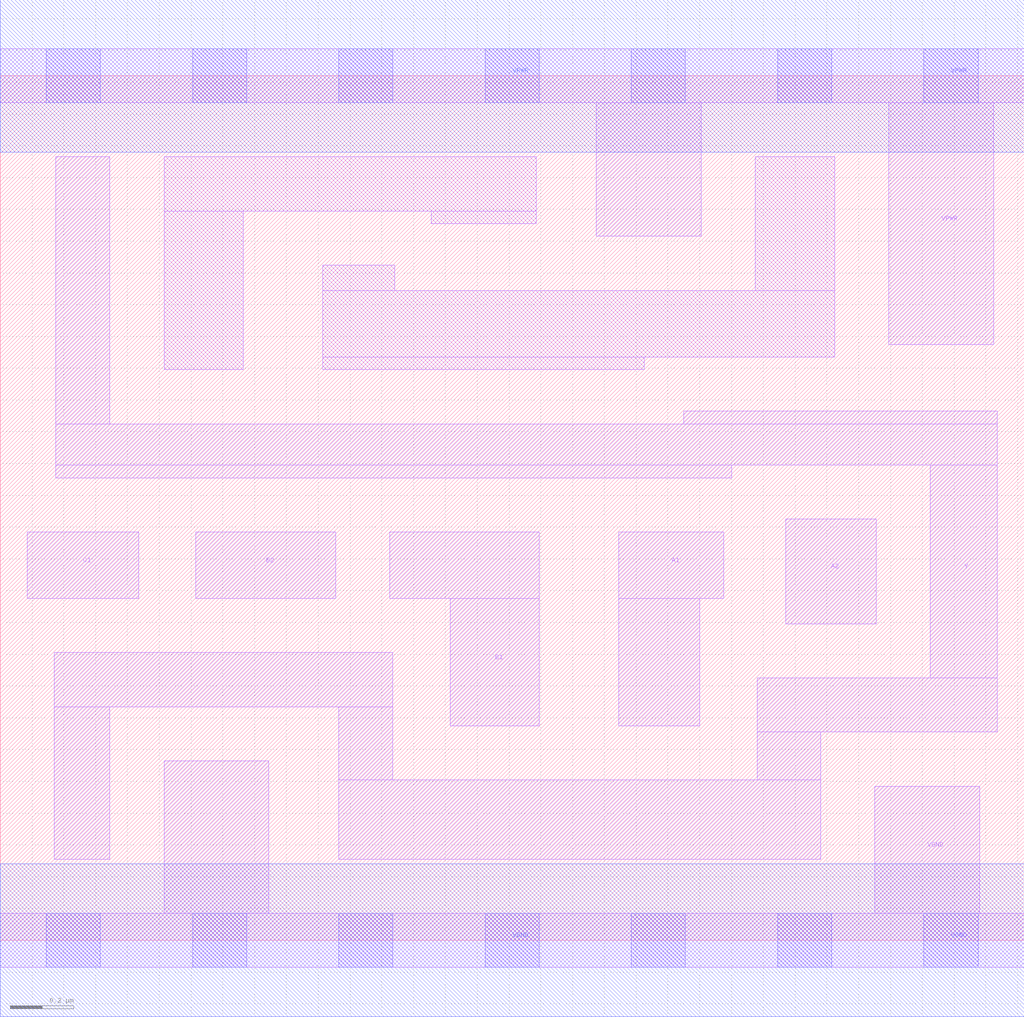
<source format=lef>
# Copyright 2020 The SkyWater PDK Authors
#
# Licensed under the Apache License, Version 2.0 (the "License");
# you may not use this file except in compliance with the License.
# You may obtain a copy of the License at
#
#     https://www.apache.org/licenses/LICENSE-2.0
#
# Unless required by applicable law or agreed to in writing, software
# distributed under the License is distributed on an "AS IS" BASIS,
# WITHOUT WARRANTIES OR CONDITIONS OF ANY KIND, either express or implied.
# See the License for the specific language governing permissions and
# limitations under the License.
#
# SPDX-License-Identifier: Apache-2.0

VERSION 5.7 ;
  NAMESCASESENSITIVE ON ;
  NOWIREEXTENSIONATPIN ON ;
  DIVIDERCHAR "/" ;
  BUSBITCHARS "[]" ;
UNITS
  DATABASE MICRONS 200 ;
END UNITS
MACRO sky130_fd_sc_hd__a221oi_1
  CLASS CORE ;
  SOURCE USER ;
  FOREIGN sky130_fd_sc_hd__a221oi_1 ;
  ORIGIN  0.000000  0.000000 ;
  SIZE  3.220000 BY  2.720000 ;
  SYMMETRY X Y R90 ;
  SITE unithd ;
  PIN A1
    ANTENNAGATEAREA  0.247500 ;
    DIRECTION INPUT ;
    USE SIGNAL ;
    PORT
      LAYER li1 ;
        RECT 1.945000 0.675000 2.200000 1.075000 ;
        RECT 1.945000 1.075000 2.275000 1.285000 ;
    END
  END A1
  PIN A2
    ANTENNAGATEAREA  0.247500 ;
    DIRECTION INPUT ;
    USE SIGNAL ;
    PORT
      LAYER li1 ;
        RECT 2.470000 0.995000 2.755000 1.325000 ;
    END
  END A2
  PIN B1
    ANTENNAGATEAREA  0.247500 ;
    DIRECTION INPUT ;
    USE SIGNAL ;
    PORT
      LAYER li1 ;
        RECT 1.225000 1.075000 1.695000 1.285000 ;
        RECT 1.415000 0.675000 1.695000 1.075000 ;
    END
  END B1
  PIN B2
    ANTENNAGATEAREA  0.247500 ;
    DIRECTION INPUT ;
    USE SIGNAL ;
    PORT
      LAYER li1 ;
        RECT 0.615000 1.075000 1.055000 1.285000 ;
    END
  END B2
  PIN C1
    ANTENNAGATEAREA  0.247500 ;
    DIRECTION INPUT ;
    USE SIGNAL ;
    PORT
      LAYER li1 ;
        RECT 0.085000 1.075000 0.435000 1.285000 ;
    END
  END C1
  PIN Y
    ANTENNADIFFAREA  0.767000 ;
    DIRECTION OUTPUT ;
    USE SIGNAL ;
    PORT
      LAYER li1 ;
        RECT 0.170000 0.255000 0.345000 0.735000 ;
        RECT 0.170000 0.735000 1.235000 0.905000 ;
        RECT 0.175000 1.455000 2.300000 1.495000 ;
        RECT 0.175000 1.495000 3.135000 1.625000 ;
        RECT 0.175000 1.625000 0.345000 2.465000 ;
        RECT 1.065000 0.255000 2.580000 0.505000 ;
        RECT 1.065000 0.505000 1.235000 0.735000 ;
        RECT 2.150000 1.625000 3.135000 1.665000 ;
        RECT 2.380000 0.505000 2.580000 0.655000 ;
        RECT 2.380000 0.655000 3.135000 0.825000 ;
        RECT 2.925000 0.825000 3.135000 1.495000 ;
    END
  END Y
  PIN VGND
    DIRECTION INOUT ;
    SHAPE ABUTMENT ;
    USE GROUND ;
    PORT
      LAYER li1 ;
        RECT 0.000000 -0.085000 3.220000 0.085000 ;
        RECT 0.515000  0.085000 0.845000 0.565000 ;
        RECT 2.750000  0.085000 3.080000 0.485000 ;
      LAYER mcon ;
        RECT 0.145000 -0.085000 0.315000 0.085000 ;
        RECT 0.605000 -0.085000 0.775000 0.085000 ;
        RECT 1.065000 -0.085000 1.235000 0.085000 ;
        RECT 1.525000 -0.085000 1.695000 0.085000 ;
        RECT 1.985000 -0.085000 2.155000 0.085000 ;
        RECT 2.445000 -0.085000 2.615000 0.085000 ;
        RECT 2.905000 -0.085000 3.075000 0.085000 ;
      LAYER met1 ;
        RECT 0.000000 -0.240000 3.220000 0.240000 ;
    END
  END VGND
  PIN VPWR
    DIRECTION INOUT ;
    SHAPE ABUTMENT ;
    USE POWER ;
    PORT
      LAYER li1 ;
        RECT 0.000000 2.635000 3.220000 2.805000 ;
        RECT 1.875000 2.215000 2.205000 2.635000 ;
        RECT 2.795000 1.875000 3.125000 2.635000 ;
      LAYER mcon ;
        RECT 0.145000 2.635000 0.315000 2.805000 ;
        RECT 0.605000 2.635000 0.775000 2.805000 ;
        RECT 1.065000 2.635000 1.235000 2.805000 ;
        RECT 1.525000 2.635000 1.695000 2.805000 ;
        RECT 1.985000 2.635000 2.155000 2.805000 ;
        RECT 2.445000 2.635000 2.615000 2.805000 ;
        RECT 2.905000 2.635000 3.075000 2.805000 ;
      LAYER met1 ;
        RECT 0.000000 2.480000 3.220000 2.960000 ;
    END
  END VPWR
  OBS
    LAYER li1 ;
      RECT 0.515000 1.795000 0.765000 2.295000 ;
      RECT 0.515000 2.295000 1.685000 2.465000 ;
      RECT 1.015000 1.795000 2.025000 1.835000 ;
      RECT 1.015000 1.835000 2.625000 2.045000 ;
      RECT 1.015000 2.045000 1.240000 2.125000 ;
      RECT 1.355000 2.255000 1.685000 2.295000 ;
      RECT 2.375000 2.045000 2.625000 2.465000 ;
  END
END sky130_fd_sc_hd__a221oi_1

</source>
